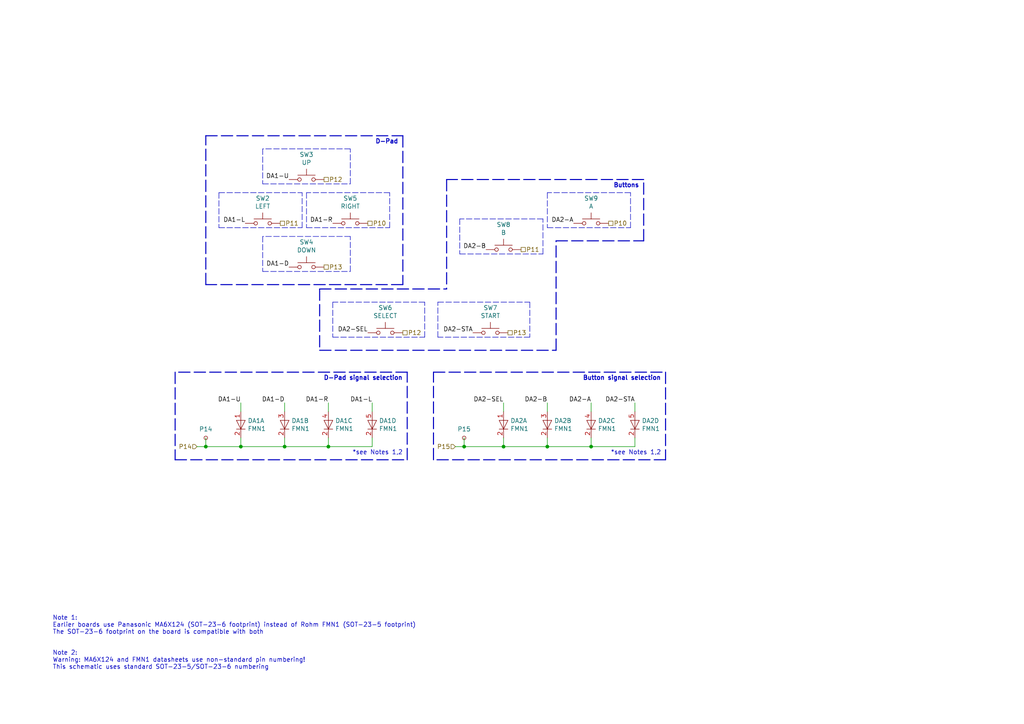
<source format=kicad_sch>
(kicad_sch (version 20211123) (generator eeschema)
  (paper "A4")
  (title_block (title "MGB-xCPU - Joypad") (date "2020-09-19") (rev "B") (company "https://gekkio.fi") (comment 1 "https://github.com/gekkio/gb-schematics"))
  (lib_symbols
    (symbol "Connector:TestPoint_Small" (pin_numbers hide) (pin_names (offset 0.762) hide)
      (property "Reference" "TP" (at 0 3.81 0))
      (property "Value" "TestPoint_Small" (at 0 2.032 0))
      (symbol "TestPoint_Small_0_1"
        (circle (center 0 0) (radius 0.508))
      )
      (symbol "TestPoint_Small_1_1"
        (pin passive line (at 0 0 90) (length 0) (name "1") (number "1"))
      )
    )
    (symbol "Gekkio_Diode:FMN1" (pin_names (offset 1.016) hide)
      (property "Reference" "D" (at 0 2.54 0))
      (property "Value" "FMN1" (at 0 -2.54 0))
      (symbol "FMN1_0_1"
        (polyline (pts (xy -1.27 1.27) (xy -1.27 -1.27)) (stroke (width 0.1524)))
        (polyline (pts (xy 1.27 -1.27) (xy 1.27 1.27)))
        (polyline (pts (xy 1.27 0) (xy -1.27 0)))
        (polyline (pts (xy 1.27 1.27) (xy -1.27 0) (xy 1.27 -1.27)))
      )
      (symbol "FMN1_1_1"
        (pin passive line (at 3.81 0 180) (length 2.54) (name "A") (number "1"))
        (pin passive line (at -3.81 0 0) (length 2.54) (name "K") (number "2"))
      )
      (symbol "FMN1_2_1"
        (pin passive line (at -3.81 0 0) (length 2.54) (name "K") (number "2"))
        (pin passive line (at 3.81 0 180) (length 2.54) (name "A") (number "3"))
      )
      (symbol "FMN1_3_1"
        (pin passive line (at -3.81 0 0) (length 2.54) (name "K") (number "2"))
        (pin passive line (at 3.81 0 180) (length 2.54) (name "A") (number "4"))
      )
      (symbol "FMN1_4_1"
        (pin passive line (at -3.81 0 0) (length 2.54) (name "K") (number "2"))
        (pin passive line (at 3.81 0 180) (length 2.54) (name "A") (number "5"))
      )
    )
    (symbol "Switch:SW_Push" (pin_numbers hide) (pin_names (offset 1.016) hide)
      (property "Reference" "SW" (at 1.27 2.54 0))
      (property "Value" "SW_Push" (at 0 -1.524 0))
      (symbol "SW_Push_0_1"
        (circle (center -2.032 0) (radius 0.508))
        (polyline (pts (xy 0 1.27) (xy 0 3.048)))
        (polyline (pts (xy 2.54 1.27) (xy -2.54 1.27)))
        (circle (center 2.032 0) (radius 0.508))
        (pin passive line (at -5.08 0 0) (length 2.54) (name "1") (number "1"))
        (pin passive line (at 5.08 0 180) (length 2.54) (name "2") (number "2"))
      )
    )
  )
  (junction (at 59.69 129.54))
  (junction (at 171.45 129.54))
  (junction (at 95.25 129.54))
  (junction (at 146.05 129.54))
  (junction (at 158.75 129.54))
  (junction (at 134.62 129.54))
  (junction (at 69.85 129.54))
  (junction (at 82.55 129.54))
  (wire (pts (xy 69.85 119.38) (xy 69.85 116.84)))
  (polyline (pts (xy 161.29 69.85) (xy 186.69 69.85)) (stroke (width 0.3)))
  (polyline (pts (xy 182.88 55.88) (xy 158.75 55.88)))
  (wire (pts (xy 158.75 127) (xy 158.75 129.54)))
  (polyline (pts (xy 76.2 78.74) (xy 101.6 78.74)))
  (polyline (pts (xy 186.69 69.85) (xy 186.69 52.07)) (stroke (width 0.3)))
  (polyline (pts (xy 63.5 55.88) (xy 63.5 66.04)))
  (polyline (pts (xy 88.9 66.04) (xy 113.03 66.04)))
  (polyline (pts (xy 92.71 101.6) (xy 161.29 101.6)) (stroke (width 0.3)))
  (polyline (pts (xy 118.11 133.35) (xy 118.11 107.95)) (stroke (width 0.3)))
  (polyline (pts (xy 63.5 66.04) (xy 87.63 66.04)))
  (wire (pts (xy 107.95 129.54) (xy 95.25 129.54)))
  (polyline (pts (xy 129.54 52.07) (xy 129.54 83.82)) (stroke (width 0.3)))
  (polyline (pts (xy 153.67 87.63) (xy 153.67 97.79)))
  (polyline (pts (xy 96.52 97.79) (xy 123.19 97.79)))
  (polyline (pts (xy 153.67 97.79) (xy 127 97.79)))
  (polyline (pts (xy 92.71 83.82) (xy 129.54 83.82)) (stroke (width 0.3)))
  (wire (pts (xy 95.25 119.38) (xy 95.25 116.84)))
  (polyline (pts (xy 76.2 53.34) (xy 101.6 53.34)))
  (polyline (pts (xy 50.8 133.35) (xy 118.11 133.35)) (stroke (width 0.3)))
  (wire (pts (xy 59.69 127) (xy 59.69 129.54)))
  (polyline (pts (xy 50.8 107.95) (xy 50.8 133.35)) (stroke (width 0.3)))
  (polyline (pts (xy 133.35 73.66) (xy 157.48 73.66)))
  (wire (pts (xy 132.08 129.54) (xy 134.62 129.54)))
  (polyline (pts (xy 87.63 66.04) (xy 87.63 55.88)))
  (polyline (pts (xy 182.88 66.04) (xy 182.88 55.88)))
  (polyline (pts (xy 116.84 39.37) (xy 116.84 82.55)) (stroke (width 0.3)))
  (wire (pts (xy 82.55 127) (xy 82.55 129.54)))
  (wire (pts (xy 146.05 129.54) (xy 146.05 127)))
  (polyline (pts (xy 123.19 87.63) (xy 96.52 87.63)))
  (wire (pts (xy 95.25 127) (xy 95.25 129.54)))
  (polyline (pts (xy 101.6 43.18) (xy 76.2 43.18)))
  (polyline (pts (xy 157.48 63.5) (xy 133.35 63.5)))
  (wire (pts (xy 171.45 127) (xy 171.45 129.54)))
  (polyline (pts (xy 59.69 39.37) (xy 116.84 39.37)) (stroke (width 0.3)))
  (polyline (pts (xy 127 87.63) (xy 153.67 87.63)))
  (wire (pts (xy 82.55 129.54) (xy 69.85 129.54)))
  (wire (pts (xy 184.15 129.54) (xy 171.45 129.54)))
  (polyline (pts (xy 118.11 107.95) (xy 50.8 107.95)) (stroke (width 0.3)))
  (polyline (pts (xy 113.03 66.04) (xy 113.03 55.88)))
  (polyline (pts (xy 133.35 63.5) (xy 133.35 73.66)))
  (polyline (pts (xy 101.6 78.74) (xy 101.6 68.58)))
  (polyline (pts (xy 101.6 53.34) (xy 101.6 43.18)))
  (wire (pts (xy 69.85 127) (xy 69.85 129.54)))
  (polyline (pts (xy 125.73 133.35) (xy 125.73 107.95)) (stroke (width 0.3)))
  (wire (pts (xy 59.69 129.54) (xy 57.15 129.54)))
  (wire (pts (xy 107.95 119.38) (xy 107.95 116.84)))
  (polyline (pts (xy 193.04 133.35) (xy 125.73 133.35)) (stroke (width 0.3)))
  (wire (pts (xy 107.95 127) (xy 107.95 129.54)))
  (wire (pts (xy 184.15 119.38) (xy 184.15 116.84)))
  (wire (pts (xy 95.25 129.54) (xy 82.55 129.54)))
  (polyline (pts (xy 116.84 82.55) (xy 59.69 82.55)) (stroke (width 0.3)))
  (wire (pts (xy 69.85 129.54) (xy 59.69 129.54)))
  (wire (pts (xy 158.75 129.54) (xy 146.05 129.54)))
  (polyline (pts (xy 127 97.79) (xy 127 87.63)))
  (polyline (pts (xy 161.29 101.6) (xy 161.29 69.85)) (stroke (width 0.3)))
  (polyline (pts (xy 158.75 66.04) (xy 182.88 66.04)))
  (wire (pts (xy 134.62 127) (xy 134.62 129.54)))
  (polyline (pts (xy 193.04 107.95) (xy 193.04 133.35)) (stroke (width 0.3)))
  (polyline (pts (xy 101.6 68.58) (xy 76.2 68.58)))
  (polyline (pts (xy 158.75 55.88) (xy 158.75 66.04)))
  (polyline (pts (xy 125.73 107.95) (xy 193.04 107.95)) (stroke (width 0.3)))
  (wire (pts (xy 134.62 129.54) (xy 146.05 129.54)))
  (wire (pts (xy 82.55 119.38) (xy 82.55 116.84)))
  (polyline (pts (xy 113.03 55.88) (xy 88.9 55.88)))
  (polyline (pts (xy 76.2 43.18) (xy 76.2 53.34)))
  (polyline (pts (xy 186.69 52.07) (xy 129.54 52.07)) (stroke (width 0.3)))
  (polyline (pts (xy 123.19 97.79) (xy 123.19 87.63)))
  (polyline (pts (xy 63.5 55.88) (xy 87.63 55.88)))
  (wire (pts (xy 184.15 127) (xy 184.15 129.54)))
  (polyline (pts (xy 157.48 73.66) (xy 157.48 63.5)))
  (polyline (pts (xy 96.52 87.63) (xy 96.52 97.79)))
  (wire (pts (xy 146.05 119.38) (xy 146.05 116.84)))
  (polyline (pts (xy 76.2 68.58) (xy 76.2 78.74)))
  (polyline (pts (xy 88.9 55.88) (xy 88.9 66.04)))
  (wire (pts (xy 171.45 129.54) (xy 158.75 129.54)))
  (polyline (pts (xy 92.71 83.82) (xy 92.71 101.6)) (stroke (width 0.3)))
  (polyline (pts (xy 59.69 82.55) (xy 59.69 39.37)) (stroke (width 0.3)))
  (wire (pts (xy 171.45 119.38) (xy 171.45 116.84)))
  (wire (pts (xy 158.75 119.38) (xy 158.75 116.84)))
  (text "*see Notes 1,2" (at 191.77 132.08 180) (effects (font (size 1.27 1.27)) (justify right bottom)))
  (text "Note 2:\nWarning: MA6X124 and FMN1 datasheets use non-standard pin numbering!\nThis schematic uses standard SOT-23-5/SOT-23-6 numbering" (at 15.24 194.31 0) (effects (font (size 1.27 1.27)) (justify left bottom)))
  (text "D-Pad" (at 115.57 41.91 180) (effects (font (size 1.27 1.27) (thickness 0.254) bold) (justify right bottom)))
  (text "Note 1:\nEarlier boards use Panasonic MA6X124 (SOT-23-6 footprint) instead of Rohm FMN1 (SOT-23-5 footprint)\nThe SOT-23-6 footprint on the board is compatible with both" (at 15.24 184.15 0) (effects (font (size 1.27 1.27)) (justify left bottom)))
  (text "D-Pad signal selection" (at 116.84 110.49 180) (effects (font (size 1.27 1.27) (thickness 0.254) bold) (justify right bottom)))
  (text "*see Notes 1,2" (at 116.84 132.08 180) (effects (font (size 1.27 1.27)) (justify right bottom)))
  (text "Button signal selection" (at 191.77 110.49 180) (effects (font (size 1.27 1.27) (thickness 0.254) bold) (justify right bottom)))
  (text "Buttons" (at 185.42 54.61 180) (effects (font (size 1.27 1.27) (thickness 0.254) bold) (justify right bottom)))
  (label "DA2-STA" (at 184.15 116.84 180))
  (label "DA1-L" (at 107.95 116.84 180))
  (label "DA1-L" (at 71.12 64.77 180))
  (label "DA2-SEL" (at 106.68 96.52 180))
  (label "DA1-R" (at 96.52 64.77 180))
  (label "DA1-D" (at 82.55 116.84 180))
  (label "DA1-D" (at 83.82 77.47 180))
  (label "DA1-U" (at 83.82 52.07 180))
  (label "DA2-A" (at 166.37 64.77 180))
  (label "DA2-B" (at 158.75 116.84 180))
  (label "DA2-A" (at 171.45 116.84 180))
  (label "DA1-R" (at 95.25 116.84 180))
  (label "DA2-STA" (at 137.16 96.52 180))
  (label "DA2-SEL" (at 146.05 116.84 180))
  (label "DA2-B" (at 140.97 72.39 180))
  (label "DA1-U" (at 69.85 116.84 180))
  (hierarchical_label "P14" (shape input) (at 57.15 129.54 180))
  (hierarchical_label "P11" (shape passive) (at 151.13 72.39 0))
  (hierarchical_label "P12" (shape passive) (at 116.84 96.52 0))
  (hierarchical_label "P13" (shape passive) (at 147.32 96.52 0))
  (hierarchical_label "P15" (shape input) (at 132.08 129.54 180))
  (hierarchical_label "P13" (shape passive) (at 93.98 77.47 0))
  (hierarchical_label "P10" (shape passive) (at 106.68 64.77 0))
  (hierarchical_label "P10" (shape passive) (at 176.53 64.77 0))
  (hierarchical_label "P11" (shape passive) (at 81.28 64.77 0))
  (hierarchical_label "P12" (shape passive) (at 93.98 52.07 0))
  (symbol (lib_id "Connector:TestPoint_Small") (at 134.62 127 90) (unit 1)
    (property "Reference" "TP46" (effects hide))
    (property "Value" "P15" (at 134.62 124.46 90))
  )
  (symbol (lib_id "Connector:TestPoint_Small") (at 59.69 127 90) (unit 1)
    (property "Reference" "TP45" (effects hide))
    (property "Value" "P14" (at 59.69 124.46 90))
  )
  (symbol (lib_id "Switch:SW_Push") (at 88.9 52.07 0) (unit 1)
    (property "Reference" "SW3" (at 88.9 44.831 0))
    (property "Value" "UP" (at 88.9 47.1424 0))
  )
  (symbol (lib_id "Switch:SW_Push") (at 101.6 64.77 0) (unit 1)
    (property "Reference" "SW5" (at 101.6 57.531 0))
    (property "Value" "RIGHT" (at 101.6 59.8424 0))
  )
  (symbol (lib_id "Switch:SW_Push") (at 88.9 77.47 0) (unit 1)
    (property "Reference" "SW4" (at 88.9 70.231 0))
    (property "Value" "DOWN" (at 88.9 72.5424 0))
  )
  (symbol (lib_id "Switch:SW_Push") (at 76.2 64.77 0) (mirror y) (unit 1)
    (property "Reference" "SW2" (at 76.2 57.531 0))
    (property "Value" "LEFT" (at 76.2 59.8424 0))
  )
  (symbol (lib_id "Gekkio_Diode:FMN1") (at 82.55 123.19 270) (mirror x) (unit 2)
    (property "Reference" "DA1" (at 84.5312 122.0216 90) (effects (justify left)))
    (property "Value" "FMN1" (at 84.5312 124.333 90) (effects (justify left)))
    (property "Footprint" "Package_TO_SOT_SMD:SOT-23-5" (effects hide))
    (property "Datasheet" "https://fscdn.rohm.com/en/products/databook/datasheet/discrete/diode/switching/fmn1t148-e.pdf" (effects hide))
  )
  (symbol (lib_id "Gekkio_Diode:FMN1") (at 95.25 123.19 270) (mirror x) (unit 3)
    (property "Reference" "DA1" (at 97.2312 122.0216 90) (effects (justify left)))
    (property "Value" "FMN1" (at 97.2312 124.333 90) (effects (justify left)))
    (property "Footprint" "Package_TO_SOT_SMD:SOT-23-5" (effects hide))
    (property "Datasheet" "https://fscdn.rohm.com/en/products/databook/datasheet/discrete/diode/switching/fmn1t148-e.pdf" (effects hide))
  )
  (symbol (lib_id "Gekkio_Diode:FMN1") (at 107.95 123.19 270) (mirror x) (unit 4)
    (property "Reference" "DA1" (at 109.9312 122.0216 90) (effects (justify left)))
    (property "Value" "FMN1" (at 109.9312 124.333 90) (effects (justify left)))
    (property "Footprint" "Package_TO_SOT_SMD:SOT-23-5" (effects hide))
    (property "Datasheet" "https://fscdn.rohm.com/en/products/databook/datasheet/discrete/diode/switching/fmn1t148-e.pdf" (effects hide))
  )
  (symbol (lib_id "Gekkio_Diode:FMN1") (at 69.85 123.19 270) (mirror x) (unit 1)
    (property "Reference" "DA1" (at 71.8312 122.0216 90) (effects (justify left)))
    (property "Value" "FMN1" (at 71.8312 124.333 90) (effects (justify left)))
    (property "Footprint" "Package_TO_SOT_SMD:SOT-23-5" (effects hide))
    (property "Datasheet" "https://fscdn.rohm.com/en/products/databook/datasheet/discrete/diode/switching/fmn1t148-e.pdf" (effects hide))
  )
  (symbol (lib_id "Switch:SW_Push") (at 171.45 64.77 0) (unit 1)
    (property "Reference" "SW9" (at 171.45 57.531 0))
    (property "Value" "A" (at 171.45 59.8424 0))
  )
  (symbol (lib_id "Switch:SW_Push") (at 142.24 96.52 0) (unit 1)
    (property "Reference" "SW7" (at 142.24 89.281 0))
    (property "Value" "START" (at 142.24 91.5924 0))
  )
  (symbol (lib_id "Switch:SW_Push") (at 146.05 72.39 0) (mirror y) (unit 1)
    (property "Reference" "SW8" (at 146.05 65.151 0))
    (property "Value" "B" (at 146.05 67.4624 0))
  )
  (symbol (lib_id "Gekkio_Diode:FMN1") (at 158.75 123.19 270) (mirror x) (unit 2)
    (property "Reference" "DA2" (at 160.7312 122.0216 90) (effects (justify left)))
    (property "Value" "FMN1" (at 160.7312 124.333 90) (effects (justify left)))
    (property "Footprint" "Package_TO_SOT_SMD:SOT-23-5" (effects hide))
    (property "Datasheet" "https://fscdn.rohm.com/en/products/databook/datasheet/discrete/diode/switching/fmn1t148-e.pdf" (effects hide))
  )
  (symbol (lib_id "Gekkio_Diode:FMN1") (at 171.45 123.19 270) (mirror x) (unit 3)
    (property "Reference" "DA2" (at 173.4312 122.0216 90) (effects (justify left)))
    (property "Value" "FMN1" (at 173.4312 124.333 90) (effects (justify left)))
    (property "Footprint" "Package_TO_SOT_SMD:SOT-23-5" (effects hide))
    (property "Datasheet" "https://fscdn.rohm.com/en/products/databook/datasheet/discrete/diode/switching/fmn1t148-e.pdf" (effects hide))
  )
  (symbol (lib_id "Gekkio_Diode:FMN1") (at 184.15 123.19 270) (mirror x) (unit 4)
    (property "Reference" "DA2" (at 186.1312 122.0216 90) (effects (justify left)))
    (property "Value" "FMN1" (at 186.1312 124.333 90) (effects (justify left)))
    (property "Footprint" "Package_TO_SOT_SMD:SOT-23-5" (effects hide))
    (property "Datasheet" "https://fscdn.rohm.com/en/products/databook/datasheet/discrete/diode/switching/fmn1t148-e.pdf" (effects hide))
  )
  (symbol (lib_id "Gekkio_Diode:FMN1") (at 146.05 123.19 270) (mirror x) (unit 1)
    (property "Reference" "DA2" (at 148.0312 122.0216 90) (effects (justify left)))
    (property "Value" "FMN1" (at 148.0312 124.333 90) (effects (justify left)))
    (property "Footprint" "Package_TO_SOT_SMD:SOT-23-5" (effects hide))
    (property "Datasheet" "https://fscdn.rohm.com/en/products/databook/datasheet/discrete/diode/switching/fmn1t148-e.pdf" (effects hide))
  )
  (symbol (lib_id "Switch:SW_Push") (at 111.76 96.52 0) (unit 1)
    (property "Reference" "SW6" (at 111.76 89.281 0))
    (property "Value" "SELECT" (at 111.76 91.5924 0))
  )
)
</source>
